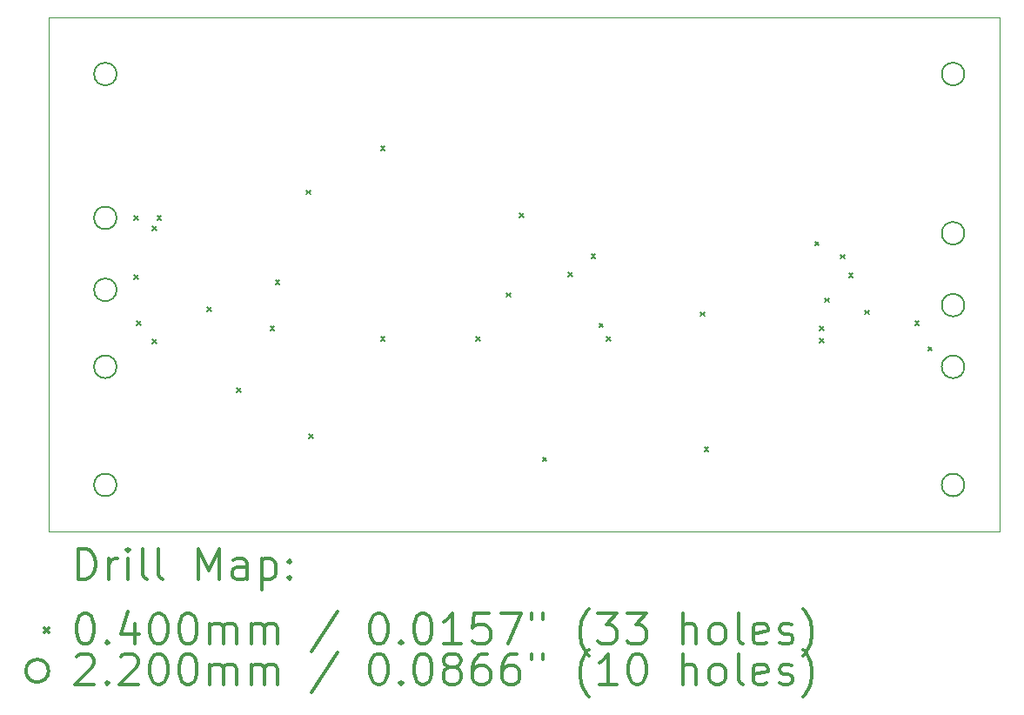
<source format=gbr>
%FSLAX45Y45*%
G04 Gerber Fmt 4.5, Leading zero omitted, Abs format (unit mm)*
G04 Created by KiCad (PCBNEW 5.1.10) date 2021-08-04 12:06:59*
%MOMM*%
%LPD*%
G01*
G04 APERTURE LIST*
%TA.AperFunction,Profile*%
%ADD10C,0.050000*%
%TD*%
%ADD11C,0.200000*%
%ADD12C,0.300000*%
G04 APERTURE END LIST*
D10*
X3500000Y-8250000D02*
X3500000Y-3250000D01*
X12750000Y-8250000D02*
X3500000Y-8250000D01*
X12750000Y-3250000D02*
X12750000Y-8250000D01*
X3500000Y-3250000D02*
X12750000Y-3250000D01*
D11*
X4330000Y-5180000D02*
X4370000Y-5220000D01*
X4370000Y-5180000D02*
X4330000Y-5220000D01*
X4330000Y-5755000D02*
X4370000Y-5795000D01*
X4370000Y-5755000D02*
X4330000Y-5795000D01*
X4355000Y-6205000D02*
X4395000Y-6245000D01*
X4395000Y-6205000D02*
X4355000Y-6245000D01*
X4505000Y-5280000D02*
X4545000Y-5320000D01*
X4545000Y-5280000D02*
X4505000Y-5320000D01*
X4505040Y-6380040D02*
X4545040Y-6420040D01*
X4545040Y-6380040D02*
X4505040Y-6420040D01*
X4555000Y-5180000D02*
X4595000Y-5220000D01*
X4595000Y-5180000D02*
X4555000Y-5220000D01*
X5038710Y-6070890D02*
X5078710Y-6110890D01*
X5078710Y-6070890D02*
X5038710Y-6110890D01*
X5330000Y-6855000D02*
X5370000Y-6895000D01*
X5370000Y-6855000D02*
X5330000Y-6895000D01*
X5655000Y-6255000D02*
X5695000Y-6295000D01*
X5695000Y-6255000D02*
X5655000Y-6295000D01*
X5705000Y-5805000D02*
X5745000Y-5845000D01*
X5745000Y-5805000D02*
X5705000Y-5845000D01*
X6005000Y-4930000D02*
X6045000Y-4970000D01*
X6045000Y-4930000D02*
X6005000Y-4970000D01*
X6030000Y-7305000D02*
X6070000Y-7345000D01*
X6070000Y-7305000D02*
X6030000Y-7345000D01*
X6730000Y-4505000D02*
X6770000Y-4545000D01*
X6770000Y-4505000D02*
X6730000Y-4545000D01*
X6730000Y-6355000D02*
X6770000Y-6395000D01*
X6770000Y-6355000D02*
X6730000Y-6395000D01*
X7655000Y-6355000D02*
X7695000Y-6395000D01*
X7695000Y-6355000D02*
X7655000Y-6395000D01*
X7955000Y-5930000D02*
X7995000Y-5970000D01*
X7995000Y-5930000D02*
X7955000Y-5970000D01*
X8080000Y-5155000D02*
X8120000Y-5195000D01*
X8120000Y-5155000D02*
X8080000Y-5195000D01*
X8305000Y-7530000D02*
X8345000Y-7570000D01*
X8345000Y-7530000D02*
X8305000Y-7570000D01*
X8552680Y-5729580D02*
X8592680Y-5769580D01*
X8592680Y-5729580D02*
X8552680Y-5769580D01*
X8780000Y-5555000D02*
X8820000Y-5595000D01*
X8820000Y-5555000D02*
X8780000Y-5595000D01*
X8855060Y-6227210D02*
X8895060Y-6267210D01*
X8895060Y-6227210D02*
X8855060Y-6267210D01*
X8930000Y-6355000D02*
X8970000Y-6395000D01*
X8970000Y-6355000D02*
X8930000Y-6395000D01*
X9843130Y-6116120D02*
X9883130Y-6156120D01*
X9883130Y-6116120D02*
X9843130Y-6156120D01*
X9880000Y-7430000D02*
X9920000Y-7470000D01*
X9920000Y-7430000D02*
X9880000Y-7470000D01*
X10955000Y-5430000D02*
X10995000Y-5470000D01*
X10995000Y-5430000D02*
X10955000Y-5470000D01*
X11001640Y-6375210D02*
X11041640Y-6415210D01*
X11041640Y-6375210D02*
X11001640Y-6415210D01*
X11005000Y-6255000D02*
X11045000Y-6295000D01*
X11045000Y-6255000D02*
X11005000Y-6295000D01*
X11055000Y-5980000D02*
X11095000Y-6020000D01*
X11095000Y-5980000D02*
X11055000Y-6020000D01*
X11207650Y-5557070D02*
X11247650Y-5597070D01*
X11247650Y-5557070D02*
X11207650Y-5597070D01*
X11284460Y-5740180D02*
X11324460Y-5780180D01*
X11324460Y-5740180D02*
X11284460Y-5780180D01*
X11444100Y-6098400D02*
X11484100Y-6138400D01*
X11484100Y-6098400D02*
X11444100Y-6138400D01*
X11930000Y-6205000D02*
X11970000Y-6245000D01*
X11970000Y-6205000D02*
X11930000Y-6245000D01*
X12055000Y-6455000D02*
X12095000Y-6495000D01*
X12095000Y-6455000D02*
X12055000Y-6495000D01*
X4160000Y-3800000D02*
G75*
G03*
X4160000Y-3800000I-110000J0D01*
G01*
X4160000Y-5200000D02*
G75*
G03*
X4160000Y-5200000I-110000J0D01*
G01*
X4160000Y-5900000D02*
G75*
G03*
X4160000Y-5900000I-110000J0D01*
G01*
X4160000Y-6650000D02*
G75*
G03*
X4160000Y-6650000I-110000J0D01*
G01*
X4160000Y-7800000D02*
G75*
G03*
X4160000Y-7800000I-110000J0D01*
G01*
X12410000Y-3800000D02*
G75*
G03*
X12410000Y-3800000I-110000J0D01*
G01*
X12410000Y-5350000D02*
G75*
G03*
X12410000Y-5350000I-110000J0D01*
G01*
X12410000Y-6050000D02*
G75*
G03*
X12410000Y-6050000I-110000J0D01*
G01*
X12410000Y-6650000D02*
G75*
G03*
X12410000Y-6650000I-110000J0D01*
G01*
X12410000Y-7800000D02*
G75*
G03*
X12410000Y-7800000I-110000J0D01*
G01*
D12*
X3783928Y-8718214D02*
X3783928Y-8418214D01*
X3855357Y-8418214D01*
X3898214Y-8432500D01*
X3926786Y-8461072D01*
X3941071Y-8489643D01*
X3955357Y-8546786D01*
X3955357Y-8589643D01*
X3941071Y-8646786D01*
X3926786Y-8675357D01*
X3898214Y-8703929D01*
X3855357Y-8718214D01*
X3783928Y-8718214D01*
X4083928Y-8718214D02*
X4083928Y-8518214D01*
X4083928Y-8575357D02*
X4098214Y-8546786D01*
X4112500Y-8532500D01*
X4141071Y-8518214D01*
X4169643Y-8518214D01*
X4269643Y-8718214D02*
X4269643Y-8518214D01*
X4269643Y-8418214D02*
X4255357Y-8432500D01*
X4269643Y-8446786D01*
X4283928Y-8432500D01*
X4269643Y-8418214D01*
X4269643Y-8446786D01*
X4455357Y-8718214D02*
X4426786Y-8703929D01*
X4412500Y-8675357D01*
X4412500Y-8418214D01*
X4612500Y-8718214D02*
X4583928Y-8703929D01*
X4569643Y-8675357D01*
X4569643Y-8418214D01*
X4955357Y-8718214D02*
X4955357Y-8418214D01*
X5055357Y-8632500D01*
X5155357Y-8418214D01*
X5155357Y-8718214D01*
X5426786Y-8718214D02*
X5426786Y-8561072D01*
X5412500Y-8532500D01*
X5383928Y-8518214D01*
X5326786Y-8518214D01*
X5298214Y-8532500D01*
X5426786Y-8703929D02*
X5398214Y-8718214D01*
X5326786Y-8718214D01*
X5298214Y-8703929D01*
X5283928Y-8675357D01*
X5283928Y-8646786D01*
X5298214Y-8618214D01*
X5326786Y-8603929D01*
X5398214Y-8603929D01*
X5426786Y-8589643D01*
X5569643Y-8518214D02*
X5569643Y-8818214D01*
X5569643Y-8532500D02*
X5598214Y-8518214D01*
X5655357Y-8518214D01*
X5683928Y-8532500D01*
X5698214Y-8546786D01*
X5712500Y-8575357D01*
X5712500Y-8661072D01*
X5698214Y-8689643D01*
X5683928Y-8703929D01*
X5655357Y-8718214D01*
X5598214Y-8718214D01*
X5569643Y-8703929D01*
X5841071Y-8689643D02*
X5855357Y-8703929D01*
X5841071Y-8718214D01*
X5826786Y-8703929D01*
X5841071Y-8689643D01*
X5841071Y-8718214D01*
X5841071Y-8532500D02*
X5855357Y-8546786D01*
X5841071Y-8561072D01*
X5826786Y-8546786D01*
X5841071Y-8532500D01*
X5841071Y-8561072D01*
X3457500Y-9192500D02*
X3497500Y-9232500D01*
X3497500Y-9192500D02*
X3457500Y-9232500D01*
X3841071Y-9048214D02*
X3869643Y-9048214D01*
X3898214Y-9062500D01*
X3912500Y-9076786D01*
X3926786Y-9105357D01*
X3941071Y-9162500D01*
X3941071Y-9233929D01*
X3926786Y-9291072D01*
X3912500Y-9319643D01*
X3898214Y-9333929D01*
X3869643Y-9348214D01*
X3841071Y-9348214D01*
X3812500Y-9333929D01*
X3798214Y-9319643D01*
X3783928Y-9291072D01*
X3769643Y-9233929D01*
X3769643Y-9162500D01*
X3783928Y-9105357D01*
X3798214Y-9076786D01*
X3812500Y-9062500D01*
X3841071Y-9048214D01*
X4069643Y-9319643D02*
X4083928Y-9333929D01*
X4069643Y-9348214D01*
X4055357Y-9333929D01*
X4069643Y-9319643D01*
X4069643Y-9348214D01*
X4341071Y-9148214D02*
X4341071Y-9348214D01*
X4269643Y-9033929D02*
X4198214Y-9248214D01*
X4383928Y-9248214D01*
X4555357Y-9048214D02*
X4583928Y-9048214D01*
X4612500Y-9062500D01*
X4626786Y-9076786D01*
X4641071Y-9105357D01*
X4655357Y-9162500D01*
X4655357Y-9233929D01*
X4641071Y-9291072D01*
X4626786Y-9319643D01*
X4612500Y-9333929D01*
X4583928Y-9348214D01*
X4555357Y-9348214D01*
X4526786Y-9333929D01*
X4512500Y-9319643D01*
X4498214Y-9291072D01*
X4483928Y-9233929D01*
X4483928Y-9162500D01*
X4498214Y-9105357D01*
X4512500Y-9076786D01*
X4526786Y-9062500D01*
X4555357Y-9048214D01*
X4841071Y-9048214D02*
X4869643Y-9048214D01*
X4898214Y-9062500D01*
X4912500Y-9076786D01*
X4926786Y-9105357D01*
X4941071Y-9162500D01*
X4941071Y-9233929D01*
X4926786Y-9291072D01*
X4912500Y-9319643D01*
X4898214Y-9333929D01*
X4869643Y-9348214D01*
X4841071Y-9348214D01*
X4812500Y-9333929D01*
X4798214Y-9319643D01*
X4783928Y-9291072D01*
X4769643Y-9233929D01*
X4769643Y-9162500D01*
X4783928Y-9105357D01*
X4798214Y-9076786D01*
X4812500Y-9062500D01*
X4841071Y-9048214D01*
X5069643Y-9348214D02*
X5069643Y-9148214D01*
X5069643Y-9176786D02*
X5083928Y-9162500D01*
X5112500Y-9148214D01*
X5155357Y-9148214D01*
X5183928Y-9162500D01*
X5198214Y-9191072D01*
X5198214Y-9348214D01*
X5198214Y-9191072D02*
X5212500Y-9162500D01*
X5241071Y-9148214D01*
X5283928Y-9148214D01*
X5312500Y-9162500D01*
X5326786Y-9191072D01*
X5326786Y-9348214D01*
X5469643Y-9348214D02*
X5469643Y-9148214D01*
X5469643Y-9176786D02*
X5483928Y-9162500D01*
X5512500Y-9148214D01*
X5555357Y-9148214D01*
X5583928Y-9162500D01*
X5598214Y-9191072D01*
X5598214Y-9348214D01*
X5598214Y-9191072D02*
X5612500Y-9162500D01*
X5641071Y-9148214D01*
X5683928Y-9148214D01*
X5712500Y-9162500D01*
X5726786Y-9191072D01*
X5726786Y-9348214D01*
X6312500Y-9033929D02*
X6055357Y-9419643D01*
X6698214Y-9048214D02*
X6726786Y-9048214D01*
X6755357Y-9062500D01*
X6769643Y-9076786D01*
X6783928Y-9105357D01*
X6798214Y-9162500D01*
X6798214Y-9233929D01*
X6783928Y-9291072D01*
X6769643Y-9319643D01*
X6755357Y-9333929D01*
X6726786Y-9348214D01*
X6698214Y-9348214D01*
X6669643Y-9333929D01*
X6655357Y-9319643D01*
X6641071Y-9291072D01*
X6626786Y-9233929D01*
X6626786Y-9162500D01*
X6641071Y-9105357D01*
X6655357Y-9076786D01*
X6669643Y-9062500D01*
X6698214Y-9048214D01*
X6926786Y-9319643D02*
X6941071Y-9333929D01*
X6926786Y-9348214D01*
X6912500Y-9333929D01*
X6926786Y-9319643D01*
X6926786Y-9348214D01*
X7126786Y-9048214D02*
X7155357Y-9048214D01*
X7183928Y-9062500D01*
X7198214Y-9076786D01*
X7212500Y-9105357D01*
X7226786Y-9162500D01*
X7226786Y-9233929D01*
X7212500Y-9291072D01*
X7198214Y-9319643D01*
X7183928Y-9333929D01*
X7155357Y-9348214D01*
X7126786Y-9348214D01*
X7098214Y-9333929D01*
X7083928Y-9319643D01*
X7069643Y-9291072D01*
X7055357Y-9233929D01*
X7055357Y-9162500D01*
X7069643Y-9105357D01*
X7083928Y-9076786D01*
X7098214Y-9062500D01*
X7126786Y-9048214D01*
X7512500Y-9348214D02*
X7341071Y-9348214D01*
X7426786Y-9348214D02*
X7426786Y-9048214D01*
X7398214Y-9091072D01*
X7369643Y-9119643D01*
X7341071Y-9133929D01*
X7783928Y-9048214D02*
X7641071Y-9048214D01*
X7626786Y-9191072D01*
X7641071Y-9176786D01*
X7669643Y-9162500D01*
X7741071Y-9162500D01*
X7769643Y-9176786D01*
X7783928Y-9191072D01*
X7798214Y-9219643D01*
X7798214Y-9291072D01*
X7783928Y-9319643D01*
X7769643Y-9333929D01*
X7741071Y-9348214D01*
X7669643Y-9348214D01*
X7641071Y-9333929D01*
X7626786Y-9319643D01*
X7898214Y-9048214D02*
X8098214Y-9048214D01*
X7969643Y-9348214D01*
X8198214Y-9048214D02*
X8198214Y-9105357D01*
X8312500Y-9048214D02*
X8312500Y-9105357D01*
X8755357Y-9462500D02*
X8741071Y-9448214D01*
X8712500Y-9405357D01*
X8698214Y-9376786D01*
X8683928Y-9333929D01*
X8669643Y-9262500D01*
X8669643Y-9205357D01*
X8683928Y-9133929D01*
X8698214Y-9091072D01*
X8712500Y-9062500D01*
X8741071Y-9019643D01*
X8755357Y-9005357D01*
X8841071Y-9048214D02*
X9026786Y-9048214D01*
X8926786Y-9162500D01*
X8969643Y-9162500D01*
X8998214Y-9176786D01*
X9012500Y-9191072D01*
X9026786Y-9219643D01*
X9026786Y-9291072D01*
X9012500Y-9319643D01*
X8998214Y-9333929D01*
X8969643Y-9348214D01*
X8883928Y-9348214D01*
X8855357Y-9333929D01*
X8841071Y-9319643D01*
X9126786Y-9048214D02*
X9312500Y-9048214D01*
X9212500Y-9162500D01*
X9255357Y-9162500D01*
X9283928Y-9176786D01*
X9298214Y-9191072D01*
X9312500Y-9219643D01*
X9312500Y-9291072D01*
X9298214Y-9319643D01*
X9283928Y-9333929D01*
X9255357Y-9348214D01*
X9169643Y-9348214D01*
X9141071Y-9333929D01*
X9126786Y-9319643D01*
X9669643Y-9348214D02*
X9669643Y-9048214D01*
X9798214Y-9348214D02*
X9798214Y-9191072D01*
X9783928Y-9162500D01*
X9755357Y-9148214D01*
X9712500Y-9148214D01*
X9683928Y-9162500D01*
X9669643Y-9176786D01*
X9983928Y-9348214D02*
X9955357Y-9333929D01*
X9941071Y-9319643D01*
X9926786Y-9291072D01*
X9926786Y-9205357D01*
X9941071Y-9176786D01*
X9955357Y-9162500D01*
X9983928Y-9148214D01*
X10026786Y-9148214D01*
X10055357Y-9162500D01*
X10069643Y-9176786D01*
X10083928Y-9205357D01*
X10083928Y-9291072D01*
X10069643Y-9319643D01*
X10055357Y-9333929D01*
X10026786Y-9348214D01*
X9983928Y-9348214D01*
X10255357Y-9348214D02*
X10226786Y-9333929D01*
X10212500Y-9305357D01*
X10212500Y-9048214D01*
X10483928Y-9333929D02*
X10455357Y-9348214D01*
X10398214Y-9348214D01*
X10369643Y-9333929D01*
X10355357Y-9305357D01*
X10355357Y-9191072D01*
X10369643Y-9162500D01*
X10398214Y-9148214D01*
X10455357Y-9148214D01*
X10483928Y-9162500D01*
X10498214Y-9191072D01*
X10498214Y-9219643D01*
X10355357Y-9248214D01*
X10612500Y-9333929D02*
X10641071Y-9348214D01*
X10698214Y-9348214D01*
X10726786Y-9333929D01*
X10741071Y-9305357D01*
X10741071Y-9291072D01*
X10726786Y-9262500D01*
X10698214Y-9248214D01*
X10655357Y-9248214D01*
X10626786Y-9233929D01*
X10612500Y-9205357D01*
X10612500Y-9191072D01*
X10626786Y-9162500D01*
X10655357Y-9148214D01*
X10698214Y-9148214D01*
X10726786Y-9162500D01*
X10841071Y-9462500D02*
X10855357Y-9448214D01*
X10883928Y-9405357D01*
X10898214Y-9376786D01*
X10912500Y-9333929D01*
X10926786Y-9262500D01*
X10926786Y-9205357D01*
X10912500Y-9133929D01*
X10898214Y-9091072D01*
X10883928Y-9062500D01*
X10855357Y-9019643D01*
X10841071Y-9005357D01*
X3497500Y-9608500D02*
G75*
G03*
X3497500Y-9608500I-110000J0D01*
G01*
X3769643Y-9472786D02*
X3783928Y-9458500D01*
X3812500Y-9444214D01*
X3883928Y-9444214D01*
X3912500Y-9458500D01*
X3926786Y-9472786D01*
X3941071Y-9501357D01*
X3941071Y-9529929D01*
X3926786Y-9572786D01*
X3755357Y-9744214D01*
X3941071Y-9744214D01*
X4069643Y-9715643D02*
X4083928Y-9729929D01*
X4069643Y-9744214D01*
X4055357Y-9729929D01*
X4069643Y-9715643D01*
X4069643Y-9744214D01*
X4198214Y-9472786D02*
X4212500Y-9458500D01*
X4241071Y-9444214D01*
X4312500Y-9444214D01*
X4341071Y-9458500D01*
X4355357Y-9472786D01*
X4369643Y-9501357D01*
X4369643Y-9529929D01*
X4355357Y-9572786D01*
X4183928Y-9744214D01*
X4369643Y-9744214D01*
X4555357Y-9444214D02*
X4583928Y-9444214D01*
X4612500Y-9458500D01*
X4626786Y-9472786D01*
X4641071Y-9501357D01*
X4655357Y-9558500D01*
X4655357Y-9629929D01*
X4641071Y-9687072D01*
X4626786Y-9715643D01*
X4612500Y-9729929D01*
X4583928Y-9744214D01*
X4555357Y-9744214D01*
X4526786Y-9729929D01*
X4512500Y-9715643D01*
X4498214Y-9687072D01*
X4483928Y-9629929D01*
X4483928Y-9558500D01*
X4498214Y-9501357D01*
X4512500Y-9472786D01*
X4526786Y-9458500D01*
X4555357Y-9444214D01*
X4841071Y-9444214D02*
X4869643Y-9444214D01*
X4898214Y-9458500D01*
X4912500Y-9472786D01*
X4926786Y-9501357D01*
X4941071Y-9558500D01*
X4941071Y-9629929D01*
X4926786Y-9687072D01*
X4912500Y-9715643D01*
X4898214Y-9729929D01*
X4869643Y-9744214D01*
X4841071Y-9744214D01*
X4812500Y-9729929D01*
X4798214Y-9715643D01*
X4783928Y-9687072D01*
X4769643Y-9629929D01*
X4769643Y-9558500D01*
X4783928Y-9501357D01*
X4798214Y-9472786D01*
X4812500Y-9458500D01*
X4841071Y-9444214D01*
X5069643Y-9744214D02*
X5069643Y-9544214D01*
X5069643Y-9572786D02*
X5083928Y-9558500D01*
X5112500Y-9544214D01*
X5155357Y-9544214D01*
X5183928Y-9558500D01*
X5198214Y-9587072D01*
X5198214Y-9744214D01*
X5198214Y-9587072D02*
X5212500Y-9558500D01*
X5241071Y-9544214D01*
X5283928Y-9544214D01*
X5312500Y-9558500D01*
X5326786Y-9587072D01*
X5326786Y-9744214D01*
X5469643Y-9744214D02*
X5469643Y-9544214D01*
X5469643Y-9572786D02*
X5483928Y-9558500D01*
X5512500Y-9544214D01*
X5555357Y-9544214D01*
X5583928Y-9558500D01*
X5598214Y-9587072D01*
X5598214Y-9744214D01*
X5598214Y-9587072D02*
X5612500Y-9558500D01*
X5641071Y-9544214D01*
X5683928Y-9544214D01*
X5712500Y-9558500D01*
X5726786Y-9587072D01*
X5726786Y-9744214D01*
X6312500Y-9429929D02*
X6055357Y-9815643D01*
X6698214Y-9444214D02*
X6726786Y-9444214D01*
X6755357Y-9458500D01*
X6769643Y-9472786D01*
X6783928Y-9501357D01*
X6798214Y-9558500D01*
X6798214Y-9629929D01*
X6783928Y-9687072D01*
X6769643Y-9715643D01*
X6755357Y-9729929D01*
X6726786Y-9744214D01*
X6698214Y-9744214D01*
X6669643Y-9729929D01*
X6655357Y-9715643D01*
X6641071Y-9687072D01*
X6626786Y-9629929D01*
X6626786Y-9558500D01*
X6641071Y-9501357D01*
X6655357Y-9472786D01*
X6669643Y-9458500D01*
X6698214Y-9444214D01*
X6926786Y-9715643D02*
X6941071Y-9729929D01*
X6926786Y-9744214D01*
X6912500Y-9729929D01*
X6926786Y-9715643D01*
X6926786Y-9744214D01*
X7126786Y-9444214D02*
X7155357Y-9444214D01*
X7183928Y-9458500D01*
X7198214Y-9472786D01*
X7212500Y-9501357D01*
X7226786Y-9558500D01*
X7226786Y-9629929D01*
X7212500Y-9687072D01*
X7198214Y-9715643D01*
X7183928Y-9729929D01*
X7155357Y-9744214D01*
X7126786Y-9744214D01*
X7098214Y-9729929D01*
X7083928Y-9715643D01*
X7069643Y-9687072D01*
X7055357Y-9629929D01*
X7055357Y-9558500D01*
X7069643Y-9501357D01*
X7083928Y-9472786D01*
X7098214Y-9458500D01*
X7126786Y-9444214D01*
X7398214Y-9572786D02*
X7369643Y-9558500D01*
X7355357Y-9544214D01*
X7341071Y-9515643D01*
X7341071Y-9501357D01*
X7355357Y-9472786D01*
X7369643Y-9458500D01*
X7398214Y-9444214D01*
X7455357Y-9444214D01*
X7483928Y-9458500D01*
X7498214Y-9472786D01*
X7512500Y-9501357D01*
X7512500Y-9515643D01*
X7498214Y-9544214D01*
X7483928Y-9558500D01*
X7455357Y-9572786D01*
X7398214Y-9572786D01*
X7369643Y-9587072D01*
X7355357Y-9601357D01*
X7341071Y-9629929D01*
X7341071Y-9687072D01*
X7355357Y-9715643D01*
X7369643Y-9729929D01*
X7398214Y-9744214D01*
X7455357Y-9744214D01*
X7483928Y-9729929D01*
X7498214Y-9715643D01*
X7512500Y-9687072D01*
X7512500Y-9629929D01*
X7498214Y-9601357D01*
X7483928Y-9587072D01*
X7455357Y-9572786D01*
X7769643Y-9444214D02*
X7712500Y-9444214D01*
X7683928Y-9458500D01*
X7669643Y-9472786D01*
X7641071Y-9515643D01*
X7626786Y-9572786D01*
X7626786Y-9687072D01*
X7641071Y-9715643D01*
X7655357Y-9729929D01*
X7683928Y-9744214D01*
X7741071Y-9744214D01*
X7769643Y-9729929D01*
X7783928Y-9715643D01*
X7798214Y-9687072D01*
X7798214Y-9615643D01*
X7783928Y-9587072D01*
X7769643Y-9572786D01*
X7741071Y-9558500D01*
X7683928Y-9558500D01*
X7655357Y-9572786D01*
X7641071Y-9587072D01*
X7626786Y-9615643D01*
X8055357Y-9444214D02*
X7998214Y-9444214D01*
X7969643Y-9458500D01*
X7955357Y-9472786D01*
X7926786Y-9515643D01*
X7912500Y-9572786D01*
X7912500Y-9687072D01*
X7926786Y-9715643D01*
X7941071Y-9729929D01*
X7969643Y-9744214D01*
X8026786Y-9744214D01*
X8055357Y-9729929D01*
X8069643Y-9715643D01*
X8083928Y-9687072D01*
X8083928Y-9615643D01*
X8069643Y-9587072D01*
X8055357Y-9572786D01*
X8026786Y-9558500D01*
X7969643Y-9558500D01*
X7941071Y-9572786D01*
X7926786Y-9587072D01*
X7912500Y-9615643D01*
X8198214Y-9444214D02*
X8198214Y-9501357D01*
X8312500Y-9444214D02*
X8312500Y-9501357D01*
X8755357Y-9858500D02*
X8741071Y-9844214D01*
X8712500Y-9801357D01*
X8698214Y-9772786D01*
X8683928Y-9729929D01*
X8669643Y-9658500D01*
X8669643Y-9601357D01*
X8683928Y-9529929D01*
X8698214Y-9487072D01*
X8712500Y-9458500D01*
X8741071Y-9415643D01*
X8755357Y-9401357D01*
X9026786Y-9744214D02*
X8855357Y-9744214D01*
X8941071Y-9744214D02*
X8941071Y-9444214D01*
X8912500Y-9487072D01*
X8883928Y-9515643D01*
X8855357Y-9529929D01*
X9212500Y-9444214D02*
X9241071Y-9444214D01*
X9269643Y-9458500D01*
X9283928Y-9472786D01*
X9298214Y-9501357D01*
X9312500Y-9558500D01*
X9312500Y-9629929D01*
X9298214Y-9687072D01*
X9283928Y-9715643D01*
X9269643Y-9729929D01*
X9241071Y-9744214D01*
X9212500Y-9744214D01*
X9183928Y-9729929D01*
X9169643Y-9715643D01*
X9155357Y-9687072D01*
X9141071Y-9629929D01*
X9141071Y-9558500D01*
X9155357Y-9501357D01*
X9169643Y-9472786D01*
X9183928Y-9458500D01*
X9212500Y-9444214D01*
X9669643Y-9744214D02*
X9669643Y-9444214D01*
X9798214Y-9744214D02*
X9798214Y-9587072D01*
X9783928Y-9558500D01*
X9755357Y-9544214D01*
X9712500Y-9544214D01*
X9683928Y-9558500D01*
X9669643Y-9572786D01*
X9983928Y-9744214D02*
X9955357Y-9729929D01*
X9941071Y-9715643D01*
X9926786Y-9687072D01*
X9926786Y-9601357D01*
X9941071Y-9572786D01*
X9955357Y-9558500D01*
X9983928Y-9544214D01*
X10026786Y-9544214D01*
X10055357Y-9558500D01*
X10069643Y-9572786D01*
X10083928Y-9601357D01*
X10083928Y-9687072D01*
X10069643Y-9715643D01*
X10055357Y-9729929D01*
X10026786Y-9744214D01*
X9983928Y-9744214D01*
X10255357Y-9744214D02*
X10226786Y-9729929D01*
X10212500Y-9701357D01*
X10212500Y-9444214D01*
X10483928Y-9729929D02*
X10455357Y-9744214D01*
X10398214Y-9744214D01*
X10369643Y-9729929D01*
X10355357Y-9701357D01*
X10355357Y-9587072D01*
X10369643Y-9558500D01*
X10398214Y-9544214D01*
X10455357Y-9544214D01*
X10483928Y-9558500D01*
X10498214Y-9587072D01*
X10498214Y-9615643D01*
X10355357Y-9644214D01*
X10612500Y-9729929D02*
X10641071Y-9744214D01*
X10698214Y-9744214D01*
X10726786Y-9729929D01*
X10741071Y-9701357D01*
X10741071Y-9687072D01*
X10726786Y-9658500D01*
X10698214Y-9644214D01*
X10655357Y-9644214D01*
X10626786Y-9629929D01*
X10612500Y-9601357D01*
X10612500Y-9587072D01*
X10626786Y-9558500D01*
X10655357Y-9544214D01*
X10698214Y-9544214D01*
X10726786Y-9558500D01*
X10841071Y-9858500D02*
X10855357Y-9844214D01*
X10883928Y-9801357D01*
X10898214Y-9772786D01*
X10912500Y-9729929D01*
X10926786Y-9658500D01*
X10926786Y-9601357D01*
X10912500Y-9529929D01*
X10898214Y-9487072D01*
X10883928Y-9458500D01*
X10855357Y-9415643D01*
X10841071Y-9401357D01*
M02*

</source>
